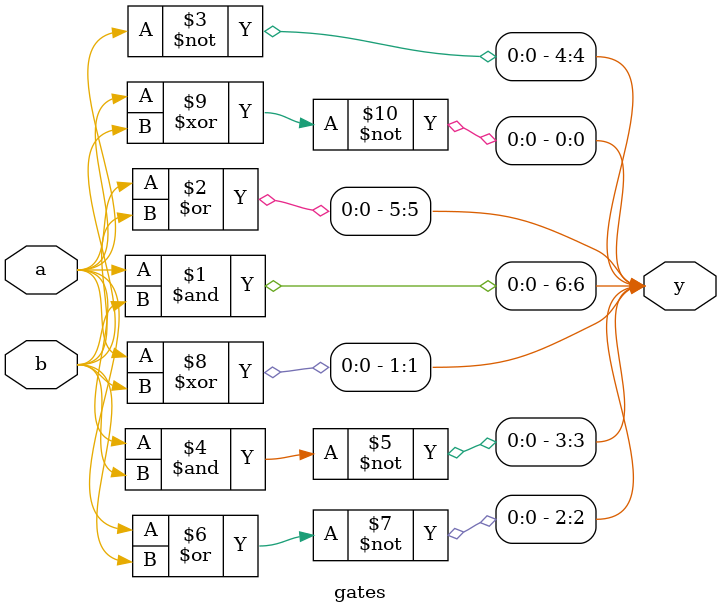
<source format=v>
`timescale 1ns / 1ps


module gates(input a, b, output [6:0]y);
assign y[6]= a & b; // AND gate
assign y[5]= a | b; // OR gate
assign y[4]= ~a; // NOT gate
assign y[3]= ~(a & b); // NAND gate
assign y[2]= ~(a | b); // NOR gate
assign y[1]= a ^ b; // XOR gate
assign y[0]= ~(a ^ b); // XNOR gate
endmodule
</source>
